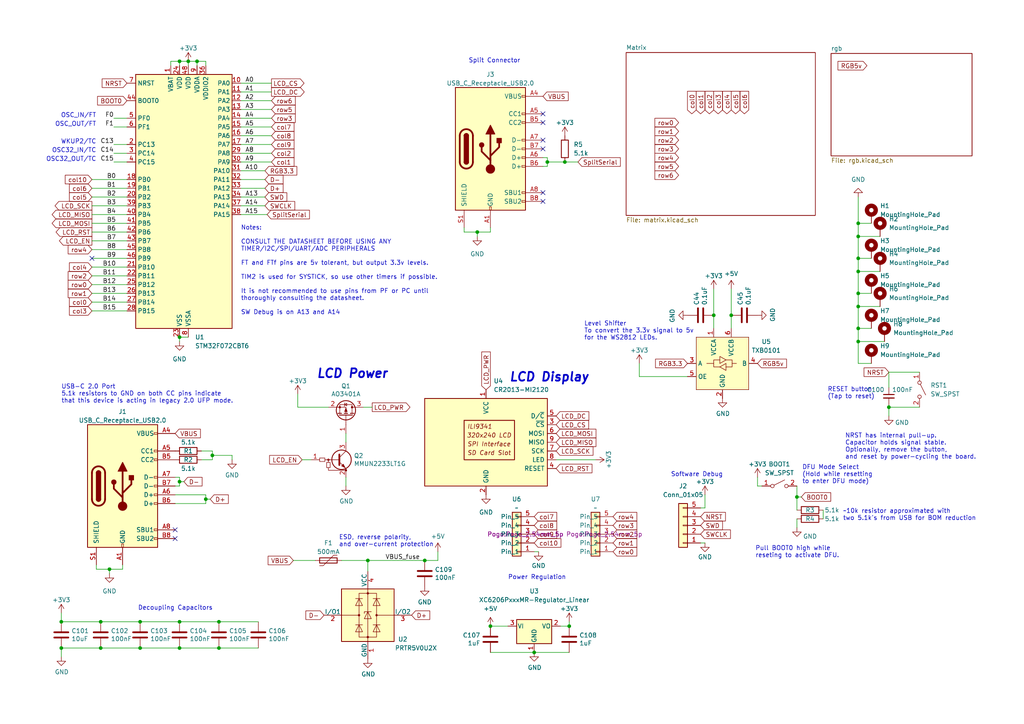
<source format=kicad_sch>
(kicad_sch (version 20231120) (generator "eeschema") (generator_version "8.0")
  (paper "A4")
  (junction (at 17.78 180.34))
  (junction (at 248.92 74.93))
  (junction (at 207.01 91.44))
  (junction (at 138.43 67.31))
  (junction (at 61.595 132.08))
  (junction (at 52.07 17.78))
  (junction (at 54.61 17.78))
  (junction (at 163.83 46.99))
  (junction (at 59.69 144.78))
  (junction (at 52.07 139.7))
  (junction (at 248.92 95.25))
  (junction (at 52.07 180.34))
  (junction (at 106.68 162.56))
  (junction (at 17.78 187.96))
  (junction (at 52.07 97.79))
  (junction (at 29.21 180.34))
  (junction (at 248.92 78.74))
  (junction (at 63.5 180.34))
  (junction (at 248.92 64.77))
  (junction (at 29.21 187.96))
  (junction (at 248.92 88.9))
  (junction (at 231.14 144.145))
  (junction (at 212.09 91.44))
  (junction (at 248.92 85.09))
  (junction (at 40.64 180.34))
  (junction (at 154.94 189.23) (diameter 0.9144))
  (junction (at 40.64 187.96))
  (junction (at 123.19 162.56))
  (junction (at 63.5 187.96))
  (junction (at 57.15 17.78))
  (junction (at 52.07 187.96))
  (junction (at 257.81 118.11))
  (junction (at 165.1 181.61))
  (junction (at 248.92 99.06))
  (junction (at 31.75 165.1))
  (junction (at 248.92 68.58))
  (junction (at 142.24 181.61))
  (junction (at 158.75 46.99))
  (no_connect (at 157.48 43.18))
  (no_connect (at 50.8 153.67))
  (no_connect (at 157.48 58.42))
  (no_connect (at 50.8 156.21))
  (no_connect (at 157.48 33.02))
  (no_connect (at 157.48 35.56))
  (no_connect (at 157.48 40.64))
  (no_connect (at 26.67 74.93))
  (no_connect (at 157.48 55.88))
  (wire (pts (xy 248.92 88.9) (xy 248.92 85.09)))
  (wire (pts (xy 69.85 39.37) (xy 78.74 39.37)))
  (wire (pts (xy 63.5 187.96) (xy 74.93 187.96)))
  (wire (pts (xy 123.19 162.56) (xy 127 162.56)))
  (wire (pts (xy 248.92 95.25) (xy 248.92 88.9)))
  (wire (pts (xy 138.43 68.58) (xy 138.43 67.31)))
  (wire (pts (xy 17.78 177.8) (xy 17.78 180.34)))
  (wire (pts (xy 26.67 80.01) (xy 36.83 80.01)))
  (wire (pts (xy 248.92 57.15) (xy 248.92 64.77)))
  (wire (pts (xy 100.33 125.73) (xy 100.33 128.27)))
  (wire (pts (xy 127 160.02) (xy 127 162.56)))
  (wire (pts (xy 40.64 180.34) (xy 29.21 180.34)))
  (wire (pts (xy 52.07 138.43) (xy 52.07 139.7)))
  (wire (pts (xy 67.31 132.08) (xy 67.31 133.35)))
  (wire (pts (xy 207.01 83.82) (xy 207.01 91.44)))
  (wire (pts (xy 69.85 57.15) (xy 76.835 57.15)))
  (wire (pts (xy 248.92 74.93) (xy 248.92 68.58)))
  (wire (pts (xy 248.92 78.74) (xy 248.92 74.93)))
  (wire (pts (xy 59.69 146.05) (xy 59.69 144.78)))
  (wire (pts (xy 50.8 143.51) (xy 59.69 143.51)))
  (wire (pts (xy 33.02 44.45) (xy 36.83 44.45)))
  (wire (pts (xy 26.67 77.47) (xy 36.83 77.47)))
  (wire (pts (xy 26.67 54.61) (xy 36.83 54.61)))
  (wire (pts (xy 26.67 52.07) (xy 36.83 52.07)))
  (wire (pts (xy 29.21 180.34) (xy 17.78 180.34)))
  (wire (pts (xy 40.64 187.96) (xy 52.07 187.96)))
  (wire (pts (xy 204.47 143.51) (xy 204.47 147.32)))
  (wire (pts (xy 52.07 17.78) (xy 52.07 19.05)))
  (wire (pts (xy 17.78 190.5) (xy 17.78 187.96)))
  (wire (pts (xy 69.85 54.61) (xy 76.835 54.61)))
  (wire (pts (xy 185.42 109.22) (xy 199.39 109.22)))
  (wire (pts (xy 33.02 36.83) (xy 36.83 36.83)))
  (wire (pts (xy 61.595 133.35) (xy 61.595 132.08)))
  (wire (pts (xy 248.92 99.06) (xy 248.92 105.41)))
  (wire (pts (xy 248.92 105.41) (xy 252.73 105.41)))
  (wire (pts (xy 26.67 57.15) (xy 36.83 57.15)))
  (wire (pts (xy 26.67 85.09) (xy 36.83 85.09)))
  (wire (pts (xy 134.62 67.31) (xy 138.43 67.31)))
  (wire (pts (xy 86.36 114.3) (xy 86.36 118.11)))
  (wire (pts (xy 33.02 46.99) (xy 36.83 46.99)))
  (wire (pts (xy 154.94 189.23) (xy 165.1 189.23)))
  (wire (pts (xy 231.14 140.97) (xy 231.14 144.145)))
  (wire (pts (xy 52.07 99.06) (xy 52.07 97.79)))
  (wire (pts (xy 248.92 78.74) (xy 255.27 78.74)))
  (wire (pts (xy 61.595 132.08) (xy 67.31 132.08)))
  (wire (pts (xy 26.67 67.31) (xy 36.83 67.31)))
  (wire (pts (xy 165.1 180.34) (xy 165.1 181.61)))
  (wire (pts (xy 69.85 62.23) (xy 77.47 62.23)))
  (wire (pts (xy 52.07 97.79) (xy 54.61 97.79)))
  (wire (pts (xy 69.85 49.53) (xy 76.835 49.53)))
  (wire (pts (xy 52.07 180.34) (xy 63.5 180.34)))
  (wire (pts (xy 248.92 95.25) (xy 248.92 99.06)))
  (wire (pts (xy 163.83 46.99) (xy 167.64 46.99)))
  (wire (pts (xy 204.47 147.32) (xy 203.2 147.32)))
  (wire (pts (xy 157.48 45.72) (xy 158.75 45.72)))
  (wire (pts (xy 26.67 62.23) (xy 36.83 62.23)))
  (wire (pts (xy 49.53 17.78) (xy 52.07 17.78)))
  (wire (pts (xy 26.67 64.77) (xy 36.83 64.77)))
  (wire (pts (xy 50.8 146.05) (xy 59.69 146.05)))
  (wire (pts (xy 100.33 138.43) (xy 100.33 140.97)))
  (wire (pts (xy 69.85 34.29) (xy 78.74 34.29)))
  (wire (pts (xy 238.76 147.955) (xy 238.76 150.495)))
  (wire (pts (xy 52.07 139.7) (xy 52.07 140.97)))
  (wire (pts (xy 69.85 59.69) (xy 76.835 59.69)))
  (wire (pts (xy 26.67 82.55) (xy 36.83 82.55)))
  (wire (pts (xy 52.07 17.78) (xy 54.61 17.78)))
  (wire (pts (xy 185.42 109.22) (xy 185.42 105.41)))
  (wire (pts (xy 212.09 83.82) (xy 212.09 91.44)))
  (wire (pts (xy 49.53 17.78) (xy 49.53 19.05)))
  (wire (pts (xy 256.54 99.06) (xy 248.92 99.06)))
  (wire (pts (xy 33.02 41.91) (xy 36.83 41.91)))
  (wire (pts (xy 142.24 181.61) (xy 147.32 181.61)))
  (wire (pts (xy 69.85 44.45) (xy 78.74 44.45)))
  (wire (pts (xy 162.56 181.61) (xy 165.1 181.61)))
  (wire (pts (xy 85.09 162.56) (xy 91.44 162.56)))
  (wire (pts (xy 40.64 187.96) (xy 29.21 187.96)))
  (wire (pts (xy 257.81 107.95) (xy 257.81 112.395)))
  (wire (pts (xy 231.14 144.145) (xy 231.14 147.955)))
  (wire (pts (xy 90.17 133.35) (xy 87.63 133.35)))
  (wire (pts (xy 26.67 87.63) (xy 36.83 87.63)))
  (wire (pts (xy 50.8 140.97) (xy 52.07 140.97)))
  (wire (pts (xy 158.75 46.99) (xy 163.83 46.99)))
  (wire (pts (xy 231.14 150.495) (xy 231.14 153.035)))
  (wire (pts (xy 257.81 107.95) (xy 266.7 107.95)))
  (wire (pts (xy 134.62 66.04) (xy 134.62 67.31)))
  (wire (pts (xy 29.21 187.96) (xy 17.78 187.96)))
  (wire (pts (xy 69.85 24.13) (xy 78.74 24.13)))
  (wire (pts (xy 257.81 118.11) (xy 266.7 118.11)))
  (wire (pts (xy 35.56 165.1) (xy 35.56 163.83)))
  (wire (pts (xy 59.69 143.51) (xy 59.69 144.78)))
  (wire (pts (xy 203.2 157.48) (xy 204.47 157.48)))
  (wire (pts (xy 248.92 88.9) (xy 255.27 88.9)))
  (wire (pts (xy 69.85 29.21) (xy 78.74 29.21)))
  (wire (pts (xy 27.94 165.1) (xy 31.75 165.1)))
  (wire (pts (xy 106.68 162.56) (xy 123.19 162.56)))
  (wire (pts (xy 158.75 48.26) (xy 158.75 46.99)))
  (wire (pts (xy 248.92 64.77) (xy 252.73 64.77)))
  (wire (pts (xy 40.64 180.34) (xy 52.07 180.34)))
  (wire (pts (xy 231.14 144.145) (xy 232.41 144.145)))
  (wire (pts (xy 52.07 139.7) (xy 53.34 139.7)))
  (wire (pts (xy 57.15 17.78) (xy 54.61 17.78)))
  (wire (pts (xy 59.69 144.78) (xy 60.96 144.78)))
  (wire (pts (xy 158.75 45.72) (xy 158.75 46.99)))
  (wire (pts (xy 59.69 17.78) (xy 59.69 19.05)))
  (wire (pts (xy 69.85 36.83) (xy 78.74 36.83)))
  (wire (pts (xy 154.94 189.23) (xy 142.24 189.23)))
  (wire (pts (xy 26.67 72.39) (xy 36.83 72.39)))
  (wire (pts (xy 154.94 160.02) (xy 156.21 160.02)))
  (wire (pts (xy 50.8 138.43) (xy 52.07 138.43)))
  (wire (pts (xy 69.85 31.75) (xy 78.74 31.75)))
  (wire (pts (xy 54.61 17.78) (xy 54.61 19.05)))
  (wire (pts (xy 220.98 140.97) (xy 219.71 140.97)))
  (wire (pts (xy 63.5 180.34) (xy 74.93 180.34)))
  (wire (pts (xy 26.67 74.93) (xy 36.83 74.93)))
  (wire (pts (xy 31.75 165.1) (xy 35.56 165.1)))
  (wire (pts (xy 26.67 59.69) (xy 36.83 59.69)))
  (wire (pts (xy 248.92 68.58) (xy 255.27 68.58)))
  (wire (pts (xy 207.01 91.44) (xy 207.01 95.25)))
  (wire (pts (xy 69.85 52.07) (xy 76.835 52.07)))
  (wire (pts (xy 33.02 34.29) (xy 36.83 34.29)))
  (wire (pts (xy 31.75 166.37) (xy 31.75 165.1)))
  (wire (pts (xy 105.41 118.11) (xy 107.95 118.11)))
  (wire (pts (xy 57.15 17.78) (xy 57.15 19.05)))
  (wire (pts (xy 142.24 67.31) (xy 142.24 66.04)))
  (wire (pts (xy 86.36 118.11) (xy 95.25 118.11)))
  (wire (pts (xy 58.42 133.35) (xy 61.595 133.35)))
  (wire (pts (xy 252.73 95.25) (xy 248.92 95.25)))
  (wire (pts (xy 69.85 41.91) (xy 78.74 41.91)))
  (wire (pts (xy 52.07 187.96) (xy 63.5 187.96)))
  (wire (pts (xy 27.94 163.83) (xy 27.94 165.1)))
  (wire (pts (xy 257.81 118.11) (xy 257.81 117.475)))
  (wire (pts (xy 248.92 74.93) (xy 252.73 74.93)))
  (wire (pts (xy 138.43 67.31) (xy 142.24 67.31)))
  (wire (pts (xy 212.09 91.44) (xy 212.09 95.25)))
  (wire (pts (xy 26.67 90.17) (xy 36.83 90.17)))
  (wire (pts (xy 58.42 130.81) (xy 61.595 130.81)))
  (wire (pts (xy 248.92 85.09) (xy 248.92 78.74)))
  (wire (pts (xy 248.92 68.58) (xy 248.92 64.77)))
  (wire (pts (xy 257.81 120.65) (xy 257.81 118.11)))
  (wire (pts (xy 161.29 133.35) (xy 172.72 133.35)))
  (wire (pts (xy 219.71 138.43) (xy 219.71 140.97)))
  (wire (pts (xy 106.68 162.56) (xy 106.68 165.735)))
  (wire (pts (xy 99.06 162.56) (xy 106.68 162.56)))
  (wire (pts (xy 26.67 69.85) (xy 36.83 69.85)))
  (wire (pts (xy 61.595 132.08) (xy 61.595 130.81)))
  (wire (pts (xy 69.85 46.99) (xy 78.74 46.99)))
  (wire (pts (xy 157.48 48.26) (xy 158.75 48.26)))
  (wire (pts (xy 69.85 26.67) (xy 78.74 26.67)))
  (wire (pts (xy 248.92 85.09) (xy 252.73 85.09)))
  (wire (pts (xy 57.15 17.78) (xy 59.69 17.78)))
  (text "Decoupling Capacitors" (at 40.005 177.165 0) (effects (font (size 1.27 1.27)) (justify left bottom)))
  (text "~10k resistor approximated with\ntwo 5.1k's from USB for BOM reduction" (at 244.475 151.13 0) (effects (font (size 1.27 1.27)) (justify left bottom)))
  (text "LCD Power" (at 91.694 109.982 0) (effects (font (size 2.54 2.54) (thickness 0.508) (bold yes) (italic yes)) (justify left bottom)))
  (text "Notes:\n\nCONSULT THE DATASHEET BEFORE USING ANY \nTIMER/I2C/SPI/UART/ADC PERIPHERALS\n\nFT and FTf pins are 5v tolerant, but output 3.3v levels.\n\nTIM2 is used for SYSTICK, so use other timers if possible.\n\nIt is not recommended to use pins from PF or PC until\nthoroughly consulting the datasheet.\n\nSW Debug is on A13 and A14" (at 69.85 91.44 0) (effects (font (size 1.27 1.27)) (justify left bottom)))
  (text "RESET button\n(Tap to reset)" (at 240.03 115.824 0) (effects (font (size 1.27 1.27)) (justify left bottom)))
  (text "Power Regulation" (at 147.32 168.275 0) (effects (font (size 1.27 1.27)) (justify left bottom)))
  (text "OSC_IN/FT" (at 27.94 34.29 0) (effects (font (size 1.27 1.27)) (justify right bottom)))
  (text "OSC32_OUT/TC" (at 27.94 46.99 0) (effects (font (size 1.27 1.27)) (justify right bottom)))
  (text "USB-C 2.0 Port\n5.1k resistors to GND on both CC pins indicate\nthat this device is acting in legacy 2.0 UFP mode." (at 17.78 117.094 0) (effects (font (size 1.27 1.27)) (justify left bottom)))
  (text "WKUP2/TC" (at 27.94 41.91 0) (effects (font (size 1.27 1.27)) (justify right bottom)))
  (text "OSC_OUT/FT" (at 27.94 36.83 0) (effects (font (size 1.27 1.27)) (justify right bottom)))
  (text "ESD, reverse polarity,\nand over-current protection" (at 98.298 158.75 0) (effects (font (size 1.27 1.27)) (justify left bottom)))
  (text "Split Connector" (at 135.89 18.415 0) (effects (font (size 1.27 1.27)) (justify left bottom)))
  (text "Software Debug" (at 194.564 138.43 0) (effects (font (size 1.27 1.27)) (justify left bottom)))
  (text "NRST has internal pull-up.\nCapacitor holds signal stable.\nOptionally, remove the button,\nand reset by power-cycling the board." (at 245.11 133.35 0) (effects (font (size 1.27 1.27)) (justify left bottom)))
  (text "OSC32_IN/TC" (at 27.94 44.45 0) (effects (font (size 1.27 1.27)) (justify right bottom)))
  (text "Pull BOOT0 high while \nreseting to activate DFU." (at 219.075 161.925 0) (effects (font (size 1.27 1.27)) (justify left bottom)))
  (text "Level Shifter\nTo convert the 3.3v signal to 5v\nfor the WS2812 LEDs." (at 169.418 98.806 0) (effects (font (size 1.27 1.27)) (justify left bottom)))
  (text "LCD Display" (at 147.574 110.998 0) (effects (font (size 2.54 2.54) (thickness 0.508) (bold yes) (italic yes)) (justify left bottom)))
  (text "DFU Mode Select\n(Hold while resetting\nto enter DFU mode)" (at 232.664 140.462 0) (effects (font (size 1.27 1.27)) (justify left bottom)))
  (label "A0" (at 71.12 24.13 0))
  (label "B11" (at 33.655 80.01 180))
  (label "C13" (at 33.02 41.91 180))
  (label "A6" (at 71.12 39.37 0))
  (label "B4" (at 33.655 62.23 180))
  (label "A7" (at 71.12 41.91 0))
  (label "A4" (at 71.12 34.29 0))
  (label "B2" (at 33.655 57.15 180))
  (label "B8" (at 33.655 72.39 180))
  (label "F0" (at 33.02 34.29 180))
  (label "B13" (at 33.655 85.09 180))
  (label "A3" (at 71.12 31.75 0))
  (label "A10" (at 71.12 49.53 0))
  (label "A9" (at 71.12 46.99 0))
  (label "C14" (at 33.02 44.45 180))
  (label "A2" (at 71.12 29.21 0))
  (label "B5" (at 33.655 64.77 180))
  (label "B0" (at 33.655 52.07 180))
  (label "F1" (at 33.02 36.83 180))
  (label "C15" (at 33.02 46.99 180))
  (label "A8" (at 71.12 44.45 0))
  (label "B1" (at 33.655 54.61 180))
  (label "B7" (at 33.655 69.85 180))
  (label "B10" (at 33.655 77.47 180))
  (label "B9" (at 33.655 74.93 180))
  (label "B6" (at 33.655 67.31 180))
  (label "A13" (at 71.12 57.15 0))
  (label "VBUS_fuse" (at 111.76 162.56 0))
  (label "A1" (at 71.12 26.67 0))
  (label "B3" (at 33.655 59.69 180))
  (label "B15" (at 33.655 90.17 180))
  (label "A5" (at 71.12 36.83 0))
  (label "B14" (at 33.655 87.63 180))
  (label "A15" (at 71.12 62.23 0))
  (label "A14" (at 71.12 59.69 0))
  (label "B12" (at 33.655 82.55 180))
  (global_label "RGB5v" (shape input) (at 219.71 105.41 0) (property "Intersheetrefs" "${INTERSHEET_REFS}" (effects (hide yes))))
  (global_label "LCD_MISO" (shape input) (at 161.29 128.27 0) (property "Intersheetrefs" "${INTERSHEET_REFS}" (effects (hide yes))))
  (global_label "row4" (shape input) (at 26.67 72.39 180) (property "Intersheetrefs" "${INTERSHEET_REFS}" (effects (hide yes))))
  (global_label "VBUS" (shape input) (at 157.48 27.94 0) (property "Intersheetrefs" "${INTERSHEET_REFS}" (effects (hide yes))))
  (global_label "SWD" (shape input) (at 76.835 57.15 0) (property "Intersheetrefs" "${INTERSHEET_REFS}" (effects (hide yes))))
  (global_label "row1" (shape input) (at 196.85 38.1 180) (property "Intersheetrefs" "${INTERSHEET_REFS}" (effects (hide yes))))
  (global_label "col0" (shape input) (at 26.67 87.63 180) (property "Intersheetrefs" "${INTERSHEET_REFS}" (effects (hide yes))))
  (global_label "LCD_EN" (shape output) (at 26.67 69.85 180) (property "Intersheetrefs" "${INTERSHEET_REFS}" (effects (hide yes))))
  (global_label "row2" (shape input) (at 196.85 40.64 180) (property "Intersheetrefs" "${INTERSHEET_REFS}" (effects (hide yes))))
  (global_label "RGB3.3" (shape input) (at 199.39 105.41 180) (property "Intersheetrefs" "${INTERSHEET_REFS}" (effects (hide yes))))
  (global_label "row0" (shape input) (at 177.8 160.02 0) (property "Intersheetrefs" "${INTERSHEET_REFS}" (effects (hide yes))))
  (global_label "LCD_PWR" (shape input) (at 140.97 113.03 90) (property "Intersheetrefs" "${INTERSHEET_REFS}" (effects (hide yes))))
  (global_label "SWCLK" (shape input) (at 203.2 154.94 0) (property "Intersheetrefs" "${INTERSHEET_REFS}" (effects (hide yes))))
  (global_label "col10" (shape input) (at 154.94 157.48 0) (property "Intersheetrefs" "${INTERSHEET_REFS}" (effects (hide yes))))
  (global_label "NRST" (shape input) (at 257.81 107.95 180) (property "Intersheetrefs" "${INTERSHEET_REFS}" (effects (hide yes))))
  (global_label "LCD_RST" (shape output) (at 26.67 67.31 180) (property "Intersheetrefs" "${INTERSHEET_REFS}" (effects (hide yes))))
  (global_label "LCD_CS" (shape output) (at 78.74 24.13 0) (property "Intersheetrefs" "${INTERSHEET_REFS}" (effects (hide yes))))
  (global_label "row3" (shape input) (at 177.8 152.4 0) (property "Intersheetrefs" "${INTERSHEET_REFS}" (effects (hide yes))))
  (global_label "row1" (shape input) (at 177.8 157.48 0) (property "Intersheetrefs" "${INTERSHEET_REFS}" (effects (hide yes))))
  (global_label "VBUS" (shape input) (at 50.8 125.73 0) (property "Intersheetrefs" "${INTERSHEET_REFS}" (effects (hide yes))))
  (global_label "LCD_CS" (shape input) (at 161.29 123.19 0) (property "Intersheetrefs" "${INTERSHEET_REFS}" (effects (hide yes))))
  (global_label "LCD_PWR" (shape output) (at 107.95 118.11 0) (property "Intersheetrefs" "${INTERSHEET_REFS}" (effects (hide yes))))
  (global_label "col8" (shape input) (at 154.94 152.4 0) (property "Intersheetrefs" "${INTERSHEET_REFS}" (effects (hide yes))))
  (global_label "col6" (shape input) (at 215.9 33.02 90) (property "Intersheetrefs" "${INTERSHEET_REFS}" (effects (hide yes))))
  (global_label "BOOT0" (shape input) (at 232.41 144.145 0) (property "Intersheetrefs" "${INTERSHEET_REFS}" (effects (hide yes))))
  (global_label "col7" (shape input) (at 154.94 149.86 0) (property "Intersheetrefs" "${INTERSHEET_REFS}" (effects (hide yes))))
  (global_label "LCD_MOSI" (shape output) (at 26.67 64.77 180) (property "Intersheetrefs" "${INTERSHEET_REFS}" (effects (hide yes))))
  (global_label "col1" (shape input) (at 78.74 46.99 0) (property "Intersheetrefs" "${INTERSHEET_REFS}" (effects (hide yes))))
  (global_label "col5" (shape input) (at 213.36 33.02 90) (property "Intersheetrefs" "${INTERSHEET_REFS}" (effects (hide yes))))
  (global_label "BOOT0" (shape input) (at 36.83 29.21 180) (property "Intersheetrefs" "${INTERSHEET_REFS}" (effects (hide yes))))
  (global_label "row4" (shape input) (at 196.85 45.72 180) (property "Intersheetrefs" "${INTERSHEET_REFS}" (effects (hide yes))))
  (global_label "LCD_SCK" (shape output) (at 26.67 59.69 180) (property "Intersheetrefs" "${INTERSHEET_REFS}" (effects (hide yes))))
  (global_label "row2" (shape input) (at 177.8 154.94 0) (property "Intersheetrefs" "${INTERSHEET_REFS}" (effects (hide yes))))
  (global_label "LCD_MISO" (shape output) (at 26.67 62.23 180) (property "Intersheetrefs" "${INTERSHEET_REFS}" (effects (hide yes))))
  (global_label "SWD" (shape input) (at 203.2 152.4 0) (property "Intersheetrefs" "${INTERSHEET_REFS}" (effects (hide yes))))
  (global_label "RGB5v" (shape input) (at 251.46 19.05 180) (property "Intersheetrefs" "${INTERSHEET_REFS}" (effects (hide yes))))
  (global_label "col4" (shape input) (at 26.67 77.47 180) (property "Intersheetrefs" "${INTERSHEET_REFS}" (effects (hide yes))))
  (global_label "NRST" (shape input) (at 203.2 149.86 0) (property "Intersheetrefs" "${INTERSHEET_REFS}" (effects (hide yes))))
  (global_label "col9" (shape input) (at 154.94 154.94 0) (property "Intersheetrefs" "${INTERSHEET_REFS}" (effects (hide yes))))
  (global_label "col2" (shape input) (at 78.74 44.45 0) (property "Intersheetrefs" "${INTERSHEET_REFS}" (effects (hide yes))))
  (global_label "D-" (shape input) (at 53.34 139.7 0) (property "Intersheetrefs" "${INTERSHEET_REFS}" (effects (hide yes))))
  (global_label "row5" (shape input) (at 78.74 31.75 0) (property "Intersheetrefs" "${INTERSHEET_REFS}" (effects (hide yes))))
  (global_label "LCD_DC" (shape output) (at 78.74 26.67 0) (property "Intersheetrefs" "${INTERSHEET_REFS}" (effects (hide yes))))
  (global_label "col2" (shape input) (at 205.74 33.02 90) (property "Intersheetrefs" "${INTERSHEET_REFS}" (effects (hide yes))))
  (global_label "row5" (shape input) (at 196.85 48.26 180) (property "Intersheetrefs" "${INTERSHEET_REFS}" (effects (hide yes))))
  (global_label "row3" (shape input) (at 196.85 43.18 180) (property "Intersheetrefs" "${INTERSHEET_REFS}" (effects (hide yes))))
  (global_label "NRST" (shape input) (at 36.83 24.13 180) (property "Intersheetrefs" "${INTERSHEET_REFS}" (effects (hide yes))))
  (global_label "LCD_MOSI" (shape input) (at 161.29 125.73 0) (property "Intersheetrefs" "${INTERSHEET_REFS}" (effects (hide yes))))
  (global_label "LCD_DC" (shape input) (at 161.29 120.65 0) (property "Intersheetrefs" "${INTERSHEET_REFS}" (effects (hide yes))))
  (global_label "row4" (shape input) (at 177.8 149.86 0) (property "Intersheetrefs" "${INTERSHEET_REFS}" (effects (hide yes))))
  (global_label "row0" (shape input) (at 26.67 82.55 180) (property "Intersheetrefs" "${INTERSHEET_REFS}" (effects (hide yes))))
  (global_label "row1" (shape input) (at 26.67 85.09 180) (property "Intersheetrefs" "${INTERSHEET_REFS}" (effects (hide yes))))
  (global_label "col3" (shape input) (at 208.28 33.02 90) (property "Intersheetrefs" "${INTERSHEET_REFS}" (effects (hide yes))))
  (global_label "LCD_EN" (shape input) (at 87.63 133.35 180) (property "Intersheetrefs" "${INTERSHEET_REFS}" (effects (hide yes))))
  (global_label "col10" (shape input) (at 26.67 52.07 180) (property "Intersheetrefs" "${INTERSHEET_REFS}" (effects (hide yes))))
  (global_label "D-" (shape input) (at 76.835 52.07 0) (property "Intersheetrefs" "${INTERSHEET_REFS}" (effects (hide yes))))
  (global_label "RGB3.3" (shape input) (at 76.835 49.53 0) (property "Intersheetrefs" "${INTERSHEET_REFS}" (effects (hide yes))))
  (global_label "col9" (shape input) (at 78.74 41.91 0) (property "Intersheetrefs" "${INTERSHEET_REFS}" (effects (hide yes))))
  (global_label "col3" (shape input) (at 26.67 90.17 180) (property "Intersheetrefs" "${INTERSHEET_REFS}" (effects (hide yes))))
  (global_label "SplitSerial" (shape input) (at 77.47 62.23 0) (property "Intersheetrefs" "${INTERSHEET_REFS}" (effects (hide yes))))
  (global_label "SWCLK" (shape input) (at 76.835 59.69 0) (property "Intersheetrefs" "${INTERSHEET_REFS}" (effects (hide yes))))
  (global_label "col1" (shape input) (at 203.2 33.02 90) (property "Intersheetrefs" "${INTERSHEET_REFS}" (effects (hide yes))))
  (global_label "row6" (shape input) (at 196.85 50.8 180) (property "Intersheetrefs" "${INTERSHEET_REFS}" (effects (hide yes))))
  (global_label "row6" (shape input) (at 78.74 29.21 0) (property "Intersheetrefs" "${INTERSHEET_REFS}" (effects (hide yes))))
  (global_label "D+" (shape input) (at 60.96 144.78 0) (property "Intersheetrefs" "${INTERSHEET_REFS}" (effects (hide yes))))
  (global_label "row3" (shape input) (at 78.74 34.29 0) (property "Intersheetrefs" "${INTERSHEET_REFS}" (effects (hide yes))))
  (global_label "col4" (shape input) (at 210.82 33.02 90) (property "Intersheetrefs" "${INTERSHEET_REFS}" (effects (hide yes))))
  (global_label "col6" (shape input) (at 26.67 54.61 180) (property "Intersheetrefs" "${INTERSHEET_REFS}" (effects (hide yes))))
  (global_label "col0" (shape input) (at 200.66 33.02 90) (property "Intersheetrefs" "${INTERSHEET_REFS}" (effects (hide yes))))
  (global_label "D+" (shape input) (at 119.38 178.435 0) (property "Intersheetrefs" "${INTERSHEET_REFS}" (effects (hide yes))))
  (global_label "D-" (shape input) (at 93.98 178.435 180) (property "Intersheetrefs" "${INTERSHEET_REFS}" (effects (hide yes))))
  (global_label "row2" (shape input) (at 26.67 80.01 180) (property "Intersheetrefs" "${INTERSHEET_REFS}" (effects (hide yes))))
  (global_label "SplitSerial" (shape input) (at 167.64 46.99 0) (property "Intersheetrefs" "${INTERSHEET_REFS}" (effects (hide yes))))
  (global_label "LCD_SCK" (shape input) (at 161.29 130.81 0) (property "Intersheetrefs" "${INTERSHEET_REFS}" (effects (hide yes))))
  (global_label "col8" (shape input) (at 78.74 39.37 0) (property "Intersheetrefs" "${INTERSHEET_REFS}" (effects (hide yes))))
  (global_label "row0" (shape input) (at 196.85 35.56 180) (property "Intersheetrefs" "${INTERSHEET_REFS}" (effects (hide yes))))
  (global_label "LCD_RST" (shape input) (at 161.29 135.89 0) (property "Intersheetrefs" "${INTERSHEET_REFS}" (effects (hide yes))))
  (global_label "col5" (shape input) (at 26.67 57.15 180) (property "Intersheetrefs" "${INTERSHEET_REFS}" (effects (hide yes))))
  (global_label "D+" (shape input) (at 76.835 54.61 0) (property "Intersheetrefs" "${INTERSHEET_REFS}" (effects (hide yes))))
  (global_label "VBUS" (shape input) (at 85.09 162.56 180) (property "Intersheetrefs" "${INTERSHEET_REFS}" (effects (hide yes))))
  (global_label "col7" (shape input) (at 78.74 36.83 0) (property "Intersheetrefs" "${INTERSHEET_REFS}" (effects (hide yes))))
  (symbol (lib_id "power:+3V3") (at 207.01 83.82 0) (unit 1)
    (property "Reference" "#PWR060" (effects (hide yes)))
    (property "Value" "+3V3" (at 207.01 80.01 0))
  )
  (symbol (lib_id "power:GND") (at 154.94 189.23 0) (unit 1)
    (property "Reference" "#PWR015" (effects (hide yes)))
    (property "Value" "GND" (at 155.067 193.6242 0))
  )
  (symbol (lib_id "power:+5V") (at 142.24 181.61 0) (unit 1)
    (property "Reference" "#PWR013" (effects (hide yes)))
    (property "Value" "+5V" (at 142.24 176.53 0))
  )
  (symbol (lib_id "Device:C") (at 165.1 185.42 0) (unit 1)
    (property "Reference" "C108" (at 168.021 184.2516 0) (effects (justify left)))
    (property "Value" "1uF" (at 168.021 186.563 0) (effects (justify left)))
    (property "Footprint" "Capacitor_SMD:C_0402_1005Metric" (effects (hide yes)))
    (property "LCSC" "C307331" (effects (hide yes)))
  )
  (symbol (lib_id "power:GND") (at 123.19 170.18 0) (unit 1)
    (property "Reference" "#PWR010" (effects (hide yes)))
    (property "Value" "GND" (at 123.19 174.625 0))
  )
  (symbol (lib_id "MCU_ST_STM32F0:STM32F072CBTx") (at 52.07 59.69 0) (unit 1)
    (property "Reference" "U1" (at 56.5659 97.79 0) (effects (justify left)))
    (property "Value" "STM32F072CBT6" (at 56.5659 100.33 0) (effects (justify left)))
    (property "Footprint" "Package_QFP:LQFP-48_7x7mm_P0.5mm" (effects (hide yes)))
    (property "Datasheet" "https://www.st.com/resource/en/datasheet/stm32f072cb.pdf" (effects (hide yes)))
    (property "JlcRotOffset" "90" (effects (hide yes)))
  )
  (symbol (lib_id "Transistor_FET:AO3401A") (at 100.33 120.65 270) (mirror x) (unit 1)
    (property "Reference" "Q1" (at 100.33 111.9632 90))
    (property "Value" "AO3401A" (at 100.33 114.2746 90))
    (property "Footprint" "Package_TO_SOT_SMD:SOT-23-3" (effects (hide yes)))
  )
  (symbol (lib_id "power:+3V3") (at 185.42 105.41 0) (unit 1)
    (property "Reference" "#PWR063" (effects (hide yes)))
    (property "Value" "+3V3" (at 185.42 101.6 0))
  )
  (symbol (lib_id "Device:C") (at 123.19 166.37 0) (unit 1)
    (property "Reference" "C109" (at 126.111 165.2016 0) (effects (justify left)))
    (property "Value" "100nF" (at 126.111 167.513 0) (effects (justify left)))
    (property "Footprint" "Capacitor_SMD:C_0402_1005Metric" (effects (hide yes)))
    (property "LCSC" "C307331" (effects (hide yes)))
  )
  (symbol (lib_id "Driver_Display:CR2013-MI2120") (at 140.97 128.27 0) (unit 1)
    (property "Reference" "U4" (at 143.1641 110.49 0) (effects (justify left)))
    (property "Value" "CR2013-MI2120" (at 143.1641 113.03 0) (effects (justify left)))
    (property "Footprint" "Display:CR2013-MI2120" (effects (hide yes)))
    (property "Datasheet" "http://pan.baidu.com/s/11Y990" (effects (hide yes)))
    (property "Description" "ILI9341 controller, SPI TFT LCD Display, 9-pin breakout PCB, 4-pin SD card interface, 5V/3.3V" (effects (hide yes)))
  )
  (symbol (lib_id "Device:C_Small") (at 257.81 114.935 0) (mirror y) (unit 1)
    (property "Reference" "C100" (at 256.54 113.03 0) (effects (justify left)))
    (property "Value" "100nF" (at 264.795 113.03 0) (effects (justify left)))
    (property "Footprint" "Capacitor_SMD:C_0402_1005Metric" (effects (hide yes)))
    (property "LCSC" "C307331" (effects (hide yes)))
  )
  (symbol (lib_id "Device:R") (at 234.95 147.955 90) (unit 1)
    (property "Reference" "R3" (at 234.95 147.955 90))
    (property "Value" "5.1k" (at 241.3 147.955 90))
    (property "Footprint" "Resistor_SMD:R_0402_1005Metric" (effects (hide yes)))
  )
  (symbol (lib_id "Mechanical:MountingHole_Pad") (at 252.73 102.87 0) (unit 1) (exclude_from_sim yes) (in_bom no)
    (property "Reference" "H9" (at 255.27 100.3299 0) (effects (justify left)))
    (property "Value" "MountingHole_Pad" (at 255.27 102.8699 0) (effects (justify left)))
    (property "Footprint" "MountingHole:MountingHole_3.2mm_M3_DIN965_Pad" (effects (hide yes)))
    (property "Description" "Mounting Hole with connection" (effects (hide yes)))
  )
  (symbol (lib_id "Connector:USB_C_Receptacle_USB2.0") (at 35.56 140.97 0) (unit 1)
    (property "Reference" "J1" (at 35.56 119.38 0))
    (property "Value" "USB_C_Receptacle_USB2.0" (at 35.56 121.92 0))
    (property "Footprint" "PCM_marbastlib-various:USB_C_Receptacle_HRO_TYPE-C-31-M-14" (effects (hide yes)))
    (property "Datasheet" "https://www.usb.org/sites/default/files/documents/usb_type-c.zip" (effects (hide yes)))
    (property "JlcRotOffset" "180" (effects (hide yes)))
    (property "JlcPosOffset" "0,1.5" (effects (hide yes)))
  )
  (symbol (lib_id "Device:C") (at 63.5 184.15 0) (unit 1)
    (property "Reference" "C105" (at 66.421 182.9816 0) (effects (justify left)))
    (property "Value" "100nF" (at 66.421 185.293 0) (effects (justify left)))
    (property "Footprint" "Capacitor_SMD:C_0402_1005Metric" (effects (hide yes)))
    (property "LCSC" "C307331" (effects (hide yes)))
  )
  (symbol (lib_id "Mechanical:MountingHole_Pad") (at 256.54 96.52 0) (unit 1) (exclude_from_sim yes) (in_bom no)
    (property "Reference" "H8" (at 259.08 93.9799 0) (effects (justify left)))
    (property "Value" "MountingHole_Pad" (at 259.08 96.5199 0) (effects (justify left)))
    (property "Footprint" "MountingHole:MountingHole_3.2mm_M3_DIN965_Pad" (effects (hide yes)))
    (property "Description" "Mounting Hole with connection" (effects (hide yes)))
  )
  (symbol (lib_id "Device:C") (at 142.24 185.42 0) (mirror y) (unit 1)
    (property "Reference" "C107" (at 139.319 184.2516 0) (effects (justify left)))
    (property "Value" "1uF" (at 139.319 186.563 0) (effects (justify left)))
    (property "Footprint" "Capacitor_SMD:C_0402_1005Metric" (effects (hide yes)))
    (property "LCSC" "C307331" (effects (hide yes)))
  )
  (symbol (lib_id "Switch:SW_SPST") (at 226.06 140.97 0) (unit 1)
    (property "Reference" "BOOT1" (at 226.06 134.62 0))
    (property "Value" "SW_SPST" (at 226.06 137.16 0))
    (property "Footprint" "Button_Switch_SMD:SW_SPST_TL3342" (effects (hide yes)))
  )
  (symbol (lib_id "Power_Protection:PRTR5V0U2X") (at 106.68 178.435 0) (unit 1)
    (property "Reference" "U2" (at 116.84 185.42 0))
    (property "Value" "PRTR5V0U2X" (at 120.65 187.96 0))
    (property "Footprint" "Package_TO_SOT_SMD:SOT-143" (effects (hide yes)))
    (property "Datasheet" "https://assets.nexperia.com/documents/data-sheet/PRTR5V0U2X.pdf" (effects (hide yes)))
    (property "LCSC" "C2827688" (effects (hide yes)))
    (property "JlcRotOffset" "90" (effects (hide yes)))
  )
  (symbol (lib_id "Mechanical:MountingHole_Pad") (at 252.73 72.39 0) (unit 1) (exclude_from_sim yes) (in_bom no)
    (property "Reference" "H3" (at 255.27 69.8499 0) (effects (justify left)))
    (property "Value" "MountingHole_Pad" (at 255.27 72.3899 0) (effects (justify left)))
    (property "Footprint" "MountingHole:MountingHole_3.2mm_M3_DIN965_Pad" (effects (hide yes)))
    (property "Description" "Mounting Hole with connection" (effects (hide yes)))
  )
  (symbol (lib_name "+5V_1") (lib_id "power:+5V") (at 212.09 83.82 0) (unit 1)
    (property "Reference" "#PWR064" (effects (hide yes)))
    (property "Value" "+5V" (at 212.09 79.375 0))
  )
  (symbol (lib_id "power:+3V3") (at 204.47 143.51 0) (mirror y) (unit 1)
    (property "Reference" "#PWR065" (effects (hide yes)))
    (property "Value" "+3V3" (at 204.47 139.7 0))
  )
  (symbol (lib_id "PCM_marbastlib-various:TXB0101") (at 209.55 107.95 0) (unit 1)
    (property "Reference" "U5" (at 222.25 99.0914 0))
    (property "Value" "TXB0101" (at 222.25 101.6314 0))
    (property "Footprint" "Package_TO_SOT_SMD:SOT-363_SC-70-6_Handsoldering" (effects (hide yes)))
    (property "Datasheet" "https://datasheet.lcsc.com/szlcsc/Texas-Instruments-TI-TXB0101DCKR_C324081.pdf" (effects (hide yes)))
    (property "Description" "1-Bit Bidirectional Voltage-Level Translator" (effects (hide yes)))
    (property "LCSC" "C324081" (effects (hide yes)))
  )
  (symbol (lib_id "Mechanical:MountingHole_Pad") (at 255.27 86.36 0) (unit 1) (exclude_from_sim yes) (in_bom no)
    (property "Reference" "H6" (at 257.81 83.8199 0) (effects (justify left)))
    (property "Value" "MountingHole_Pad" (at 257.81 86.3599 0) (effects (justify left)))
    (property "Footprint" "MountingHole:MountingHole_3.2mm_M3_DIN965_Pad" (effects (hide yes)))
    (property "Description" "Mounting Hole with connection" (effects (hide yes)))
  )
  (symbol (lib_id "power:GND") (at 204.47 157.48 0) (unit 1)
    (property "Reference" "#PWR070" (effects (hide yes)))
    (property "Value" "GND" (at 204.47 161.544 0))
  )
  (symbol (lib_id "power:GND") (at 257.81 120.65 0) (mirror y) (unit 1)
    (property "Reference" "#PWR06" (effects (hide yes)))
    (property "Value" "GND" (at 261.62 122.555 0))
  )
  (symbol (lib_id "Device:Q_NPN_BEC_BRT") (at 99.06 133.35 0) (unit 1)
    (property "Reference" "Q2" (at 102.6414 132.1816 0) (effects (justify left)))
    (property "Value" "MMUN2233LT1G" (at 102.6414 134.493 0) (effects (justify left)))
    (property "Footprint" "Package_TO_SOT_SMD:SOT-23-3" (effects (hide yes)))
  )
  (symbol (lib_id "power:+3V3") (at 86.36 114.3 0) (mirror y) (unit 1)
    (property "Reference" "#PWR069" (effects (hide yes)))
    (property "Value" "+3V3" (at 86.36 110.49 0))
  )
  (symbol (lib_id "Device:Polyfuse") (at 95.25 162.56 90) (unit 1)
    (property "Reference" "F1" (at 95.25 157.48 90))
    (property "Value" "500mA" (at 95.25 160.02 90))
    (property "Footprint" "Fuse:Fuse_1206_3216Metric" (effects (hide yes)))
    (property "LCSC" "C135341" (effects (hide yes)))
  )
  (symbol (lib_id "Device:C") (at 74.93 184.15 0) (unit 1)
    (property "Reference" "C106" (at 77.851 182.9816 0) (effects (justify left)))
    (property "Value" "100nF" (at 77.851 185.293 0) (effects (justify left)))
    (property "Footprint" "Capacitor_SMD:C_0402_1005Metric" (effects (hide yes)))
    (property "LCSC" "C307331" (effects (hide yes)))
  )
  (symbol (lib_name "+5V_1") (lib_id "power:+5V") (at 127 160.02 0) (unit 1)
    (property "Reference" "#PWR09" (effects (hide yes)))
    (property "Value" "+5V" (at 127 155.575 0))
  )
  (symbol (lib_id "power:+3V3") (at 165.1 180.34 0) (unit 1)
    (property "Reference" "#PWR012" (effects (hide yes)))
    (property "Value" "+3V3" (at 165.1 176.53 0))
  )
  (symbol (lib_id "Device:C") (at 215.9 91.44 90) (unit 1)
    (property "Reference" "C45" (at 214.7316 88.519 0) (effects (justify left)))
    (property "Value" "0.1uF" (at 217.043 88.519 0) (effects (justify left)))
    (property "Footprint" "Capacitor_SMD:C_0402_1005Metric" (effects (hide yes)))
    (property "LCSC" "C307331" (effects (hide yes)))
  )
  (symbol (lib_id "power:+3V3") (at 17.78 177.8 0) (unit 1)
    (property "Reference" "#PWR04" (effects (hide yes)))
    (property "Value" "+3V3" (at 17.78 173.99 0))
  )
  (symbol (lib_id "power:GND") (at 106.68 191.135 0) (unit 1)
    (property "Reference" "#PWR014" (effects (hide yes)))
    (property "Value" "GND" (at 106.807 195.5292 0))
  )
  (symbol (lib_id "Device:R") (at 234.95 150.495 270) (mirror x) (unit 1)
    (property "Reference" "R4" (at 234.95 150.495 90))
    (property "Value" "5.1k" (at 241.3 150.495 90))
    (property "Footprint" "Resistor_SMD:R_0402_1005Metric" (effects (hide yes)))
  )
  (symbol (lib_id "Mechanical:MountingHole_Pad") (at 255.27 66.04 0) (unit 1) (exclude_from_sim yes) (in_bom no)
    (property "Reference" "H2" (at 257.81 63.4999 0) (effects (justify left)))
    (property "Value" "MountingHole_Pad" (at 257.81 66.0399 0) (effects (justify left)))
    (property "Footprint" "MountingHole:MountingHole_3.2mm_M3_DIN965_Pad" (effects (hide yes)))
    (property "Description" "Mounting Hole with connection" (effects (hide yes)))
  )
  (symbol (lib_id "power:GND") (at 219.71 91.44 90) (unit 1)
    (property "Reference" "#PWR062" (effects (hide yes)))
    (property "Value" "GND" (at 224.1042 91.313 0))
  )
  (symbol (lib_id "power:GND") (at 138.43 68.58 0) (unit 1)
    (property "Reference" "#PWR068" (effects (hide yes)))
    (property "Value" "GND" (at 138.43 73.66 0))
  )
  (symbol (lib_id "power:+3V3") (at 163.83 39.37 0) (mirror y) (unit 1)
    (property "Reference" "#PWR086" (effects (hide yes)))
    (property "Value" "+3V3" (at 163.83 35.56 0))
  )
  (symbol (lib_id "power:GND") (at 231.14 153.035 0) (unit 1)
    (property "Reference" "#PWR07" (effects (hide yes)))
    (property "Value" "GND" (at 234.95 155.575 0))
  )
  (symbol (lib_id "power:GND") (at 52.07 99.06 0) (unit 1)
    (property "Reference" "#PWR02" (effects (hide yes)))
    (property "Value" "GND" (at 52.07 104.14 0))
  )
  (symbol (lib_id "Device:R") (at 54.61 130.81 270) (unit 1)
    (property "Reference" "R1" (at 54.61 130.81 90))
    (property "Value" "5.1k" (at 54.61 128.27 90))
    (property "Footprint" "Resistor_SMD:R_0402_1005Metric" (effects (hide yes)))
  )
  (symbol (lib_id "power:GND") (at 67.31 133.35 0) (unit 1)
    (property "Reference" "#PWR05" (effects (hide yes)))
    (property "Value" "GND" (at 67.31 137.795 0))
  )
  (symbol (lib_id "power:+3V3") (at 219.71 138.43 0) (mirror y) (unit 1)
    (property "Reference" "#PWR03" (effects (hide yes)))
    (property "Value" "+3V3" (at 219.71 134.62 0))
  )
  (symbol (lib_id "Device:C") (at 52.07 184.15 0) (unit 1)
    (property "Reference" "C104" (at 54.991 182.9816 0) (effects (justify left)))
    (property "Value" "100nF" (at 54.991 185.293 0) (effects (justify left)))
    (property "Footprint" "Capacitor_SMD:C_0402_1005Metric" (effects (hide yes)))
    (property "LCSC" "C307331" (effects (hide yes)))
  )
  (symbol (lib_id "Device:R") (at 54.61 133.35 90) (unit 1)
    (property "Reference" "R2" (at 54.61 133.35 90))
    (property "Value" "5.1k" (at 54.61 135.89 90))
    (property "Footprint" "Resistor_SMD:R_0402_1005Metric" (effects (hide yes)))
  )
  (symbol (lib_id "Device:C") (at 203.2 91.44 90) (unit 1)
    (property "Reference" "C44" (at 202.0316 88.519 0) (effects (justify left)))
    (property "Value" "0.1uF" (at 204.343 88.519 0) (effects (justify left)))
    (property "Footprint" "Capacitor_SMD:C_0402_1005Metric" (effects (hide yes)))
    (property "LCSC" "C307331" (effects (hide yes)))
  )
  (symbol (lib_id "Device:C") (at 29.21 184.15 0) (unit 1)
    (property "Reference" "C102" (at 32.131 182.9816 0) (effects (justify left)))
    (property "Value" "100nF" (at 32.131 185.293 0) (effects (justify left)))
    (property "Footprint" "Capacitor_SMD:C_0402_1005Metric" (effects (hide yes)))
    (property "LCSC" "C307331" (effects (hide yes)))
  )
  (symbol (lib_id "power:GND") (at 199.39 91.44 270) (unit 1)
    (property "Reference" "#PWR061" (effects (hide yes)))
    (property "Value" "GND" (at 194.9958 91.567 0))
  )
  (symbol (lib_id "Device:C") (at 40.64 184.15 0) (unit 1)
    (property "Reference" "C103" (at 43.561 182.9816 0) (effects (justify left)))
    (property "Value" "100nF" (at 43.561 185.293 0) (effects (justify left)))
    (property "Footprint" "Capacitor_SMD:C_0402_1005Metric" (effects (hide yes)))
    (property "LCSC" "C307331" (effects (hide yes)))
  )
  (symbol (lib_id "Device:C") (at 17.78 184.15 0) (unit 1)
    (property "Reference" "C101" (at 20.701 182.9816 0) (effects (justify left)))
    (property "Value" "10uF" (at 20.701 185.293 0) (effects (justify left)))
    (property "Footprint" "Capacitor_SMD:C_0603_1608Metric" (effects (hide yes)))
    (property "LCSC" "C307331" (effects (hide yes)))
  )
  (symbol (lib_id "Mechanical:MountingHole_Pad") (at 255.27 76.2 0) (unit 1) (exclude_from_sim yes) (in_bom no)
    (property "Reference" "H4" (at 257.81 73.6599 0) (effects (justify left)))
    (property "Value" "MountingHole_Pad" (at 257.81 76.1999 0) (effects (justify left)))
    (property "Footprint" "MountingHole:MountingHole_3.2mm_M3_DIN965_Pad" (effects (hide yes)))
    (property "Description" "Mounting Hole with connection" (effects (hide yes)))
  )
  (symbol (lib_id "kicad-keyboard-parts:XC6206PxxxMR-Regulator_Linear") (at 154.94 181.61 0) (unit 1)
    (property "Reference" "U3" (at 154.94 171.45 0))
    (property "Value" "XC6206PxxxMR-Regulator_Linear" (at 154.94 173.99 0))
    (property "Footprint" "Package_TO_SOT_SMD:SOT-23" (effects (hide yes)))
    (property "Datasheet" "https://www.torexsemi.com/file/xc6206/XC6206.pdf" (effects (hide yes)))
    (property "LCSC" "C5446" (effects (hide yes)))
  )
  (symbol (lib_id "Connector:USB_C_Receptacle_USB2.0") (at 142.24 43.18 0) (unit 1)
    (property "Reference" "J3" (at 142.24 21.59 0))
    (property "Value" "USB_C_Receptacle_USB2.0" (at 142.24 24.13 0))
    (property "Footprint" "PCM_marbastlib-various:USB_C_Receptacle_HRO_TYPE-C-31-M-14" (effects (hide yes)))
    (property "Datasheet" "https://www.usb.org/sites/default/files/documents/usb_type-c.zip" (effects (hide yes)))
    (property "JlcRotOffset" "180" (effects (hide yes)))
    (property "JlcPosOffset" "0,1.5" (effects (hide yes)))
  )
  (symbol (lib_id "power:+3V3") (at 54.61 17.78 0) (unit 1)
    (property "Reference" "#PWR01" (effects (hide yes)))
    (property "Value" "+3V3" (at 54.61 13.97 0))
  )
  (symbol (lib_id "power:GND") (at 209.55 115.57 0) (unit 1)
    (property "Reference" "#PWR066" (effects (hide yes)))
    (property "Value" "GND" (at 209.677 119.9642 0))
  )
  (symbol (lib_id "power:+3V3") (at 172.72 133.35 270) (mirror x) (unit 1)
    (property "Reference" "#PWR071" (effects (hide yes)))
    (property "Value" "+3V3" (at 176.53 133.35 0))
  )
  (symbol (lib_id "Connector_Generic:Conn_01x05") (at 198.12 152.4 180) (unit 1)
    (property "Reference" "J2" (at 198.12 140.97 0))
    (property "Value" "Conn_01x05" (at 198.12 143.51 0))
    (property "Footprint" "Connector_PinHeader_2.54mm:PinHeader_1x05_P2.54mm_Vertical" (effects (hide yes)))
    (property "Description" "Generic connector, single row, 01x05, script generated (kicad-library-utils/schlib/autogen/connector/)" (effects (hide yes)))
  )
  (symbol (lib_id "Device:R") (at 163.83 43.18 0) (unit 1)
    (property "Reference" "R5" (at 166.37 41.9099 0) (effects (justify left)))
    (property "Value" "5.1k" (at 166.37 44.4499 0) (effects (justify left)))
    (property "Footprint" "Resistor_SMD:R_0402_1005Metric" (effects (hide yes)))
    (property "Description" "Resistor" (effects (hide yes)))
  )
  (symbol (lib_id "Pogo:Pogo_2.54mm_5p") (at 175.26 154.94 180) (unit 1)
    (property "Reference" "U7" (at 172.72 144.78 0))
    (property "Value" "~" (at 172.72 147.32 0))
    (property "Footprint" "Pogo:Pogo_2.54mm_5p" (at 175.26 154.94 0))
  )
  (symbol (lib_name "GND_1") (lib_id "power:GND") (at 248.92 57.15 180) (unit 1)
    (property "Reference" "#PWR067" (effects (hide yes)))
    (property "Value" "GND" (at 248.92 52.07 0))
    (property "Description" "Power symbol creates a global label with name \"GND\" , ground" (effects (hide yes)))
  )
  (symbol (lib_id "Pogo:Pogo_2.54mm_5p") (at 152.4 154.94 180) (unit 1)
    (property "Reference" "U6" (at 149.86 144.78 0))
    (property "Value" "~" (at 149.86 147.32 0))
    (property "Footprint" "Pogo:Pogo_2.54mm_5p" (at 152.4 154.94 0))
  )
  (symbol (lib_id "Mechanical:MountingHole_Pad") (at 252.73 62.23 0) (unit 1) (exclude_from_sim yes) (in_bom no)
    (property "Reference" "H1" (at 255.27 59.6899 0) (effects (justify left)))
    (property "Value" "MountingHole_Pad" (at 255.27 62.2299 0) (effects (justify left)))
    (property "Footprint" "MountingHole:MountingHole_3.2mm_M3_DIN965_Pad" (effects (hide yes)))
    (property "Description" "Mounting Hole with connection" (effects (hide yes)))
  )
  (symbol (lib_id "power:GND") (at 156.21 160.02 0) (unit 1)
    (property "Reference" "#PWR081" (effects (hide yes)))
    (property "Value" "GND" (at 156.21 164.084 0))
  )
  (symbol (lib_id "power:GND") (at 140.97 143.51 0) (unit 1)
    (property "Reference" "#PWR073" (effects (hide yes)))
    (property "Value" "GND" (at 140.97 148.59 0))
  )
  (symbol (lib_id "Switch:SW_SPST") (at 266.7 113.03 270) (unit 1)
    (property "Reference" "RST1" (at 269.875 111.76 90) (effects (justify left)))
    (property "Value" "SW_SPST" (at 269.875 114.3 90) (effects (justify left)))
    (property "Footprint" "Button_Switch_SMD:SW_SPST_TL3342" (effects (hide yes)))
  )
  (symbol (lib_id "Djinn-rescue:GND-power") (at 100.33 140.97 0) (unit 1)
    (property "Reference" "#PWR072" (effects (hide yes)))
    (property "Value" "GND" (at 100.457 145.3642 0))
  )
  (symbol (lib_id "power:GND") (at 31.75 166.37 0) (unit 1)
    (property "Reference" "#PWR011" (effects (hide yes)))
    (property "Value" "GND" (at 31.75 171.45 0))
  )
  (symbol (lib_id "Mechanical:MountingHole_Pad") (at 252.73 92.71 0) (unit 1) (exclude_from_sim yes) (in_bom no)
    (property "Reference" "H7" (at 255.27 90.1699 0) (effects (justify left)))
    (property "Value" "MountingHole_Pad" (at 255.27 92.7099 0) (effects (justify left)))
    (property "Footprint" "MountingHole:MountingHole_3.2mm_M3_DIN965_Pad" (effects (hide yes)))
    (property "Description" "Mounting Hole with connection" (effects (hide yes)))
  )
  (symbol (lib_id "Mechanical:MountingHole_Pad") (at 252.73 82.55 0) (unit 1) (exclude_from_sim yes) (in_bom no)
    (property "Reference" "H5" (at 255.27 80.0099 0) (effects (justify left)))
    (property "Value" "MountingHole_Pad" (at 255.27 82.5499 0) (effects (justify left)))
    (property "Footprint" "MountingHole:MountingHole_3.2mm_M3_DIN965_Pad" (effects (hide yes)))
    (property "Description" "Mounting Hole with connection" (effects (hide yes)))
  )
  (symbol (lib_id "power:GND") (at 17.78 190.5 0) (unit 1)
    (property "Reference" "#PWR08" (effects (hide yes)))
    (property "Value" "GND" (at 17.907 194.8942 0))
  )
  (sheet (at 181.61 15.24) (size 54.864 47.244) (stroke (width 0.1524))
    (property "Sheetname" "Matrix" (at 181.61 14.5284 0) (effects (justify left bottom)))
    (property "Sheetfile" "matrix.kicad_sch" (at 181.61 63.0686 0) (effects (justify left top)))
  )
  (sheet (at 241.046 15.494) (size 40.894 29.718) (stroke (width 0.1524))
    (property "Sheetname" "rgb" (at 241.046 14.7824 0) (effects (justify left bottom)))
    (property "Sheetfile" "rgb.kicad_sch" (at 241.046 45.7966 0) (effects (justify left top)))
  )
)
</source>
